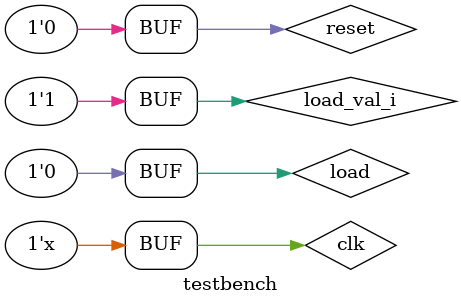
<source format=v>
`timescale 1ns / 1ps


module testbench(

    );
    
    reg clk = 0, load, reset, load_val_i;
    wire count_o;
    
    day_10_counter_with_load_case uut (.clk(clk), .load(load), .reset(reset),
                             .load_val_i(load_val_i), .count_o(count_o));
                             
    always
    #50 clk = ~clk;
    
    initial
    begin
    reset = 0;
    load = 0;
    load_val_i = 4'b0110;
    #50
    
    reset = 0;
    load = 1;
    load_val_i = 4'b1111;
    #50
    
    reset = 1;
    load = 1;
    load_val_i = 4'b1010;
    #50
    
    reset = 1;
    load = 1;
    load_val_i = 4'b1010;
    #50
    
    reset = 0;
    load = 1;
    load_val_i = 4'b0111;
    #50
    
    reset = 0;
    load = 1;
    load_val_i = 4'b0111;
    #50
    
    reset = 0;
    load = 1;
    load_val_i = 4'b0111;
    #50
    
    reset = 0;
    load = 0;
    load_val_i = 4'b1010;
    #50
    
    reset = 0;
    load = 0;
    load_val_i = 4'b1111;
    
    #50
    
    reset = 0;
    load = 0;
    load_val_i = 4'b0011;
    end
endmodule

</source>
